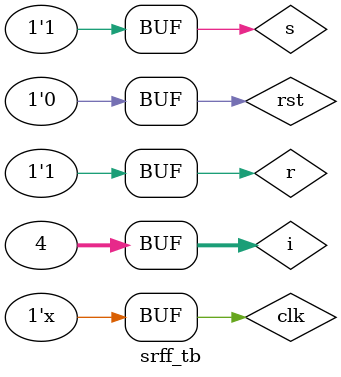
<source format=v>
module srff(s,r,clk,rst,q,q_bar);
  input s,r,clk,rst;
  output reg q,q_bar;
  always @(posedge clk, posedge rst)
  begin
    if(rst)
      begin
        q<=0;
        q_bar=1;
      end
    else
      begin
        case({s,r})
          2'b00: begin q<=q;q_bar=q_bar; end
          2'b01: begin q<=0;q_bar=1; end
          2'b10: begin q<=1;q_bar=0; end
          2'b11: begin q<=1'bx;q_bar=1'bx; end
        endcase
      end
  end
endmodule

module srff_tb;
  reg s,r,clk,rst;
  wire q,q_bar;
  integer i;
  srff SR(s,r,clk,rst,q,q_bar);
  
  always
  #5 clk=~clk; //toggles the clk signal every 5 time units
  
  initial
  begin
    r=0;s=0;clk=0;rst=1;#10;
    
    for(i=2'b0;i<4;i=i+1)
    begin
      rst=0;#10;
      {s,r}=i;#10;
    end
  end
endmodule
    
</source>
